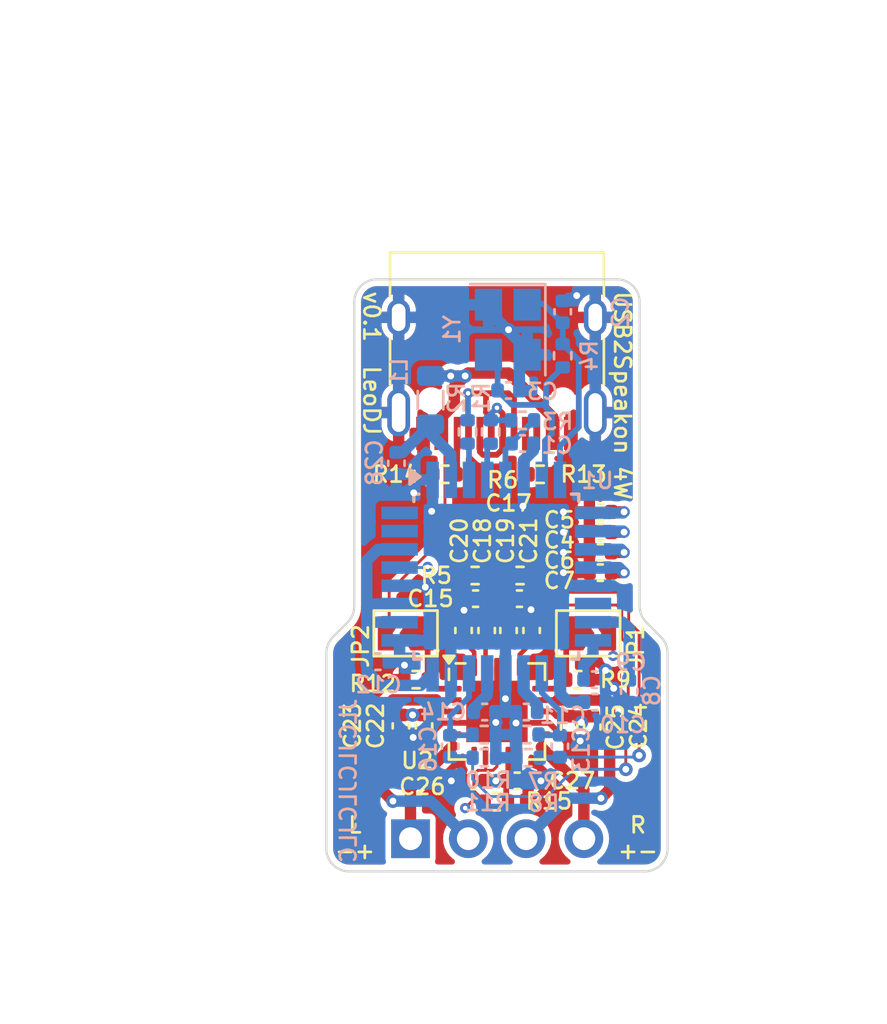
<source format=kicad_pcb>
(kicad_pcb (version 20240108) (generator "pcbnew") (generator_version "8.0")
  (layers (0 "F.Cu" signal) (1 "In1.Cu" signal) (2 "In2.Cu" signal) (31 "B.Cu" signal) (34 "B.Paste" user) (35 "F.Paste" user) (36 "B.SilkS" user "B.Silkscreen") (37 "F.SilkS" user "F.Silkscreen") (38 "B.Mask" user) (39 "F.Mask" user) (44 "Edge.Cuts" user))
  (net 0 "")
  (net 1 "Net-(U1-VDD)")
  (net 2 "GND")
  (net 3 "Net-(U1-XTI)")
  (net 4 "Net-(U1-XTO)")
  (net 5 "Net-(U1-FR)")
  (net 6 "Net-(U1-FL)")
  (net 7 "Net-(U1-VCOM1)")
  (net 8 "Net-(U1-VCOM2)")
  (net 9 "Net-(U1-VCCCA)")
  (net 10 "Net-(U1-VIN)")
  (net 11 "Net-(U1-MBIAS)")
  (net 12 "Net-(U1-VCCL)")
  (net 13 "VCCP")
  (net 14 "Net-(U1-VOUTL)")
  (net 15 "LINE_L")
  (net 16 "Net-(U1-VCCR)")
  (net 17 "Net-(C15-Pad1)")
  (net 18 "LINE_R")
  (net 19 "Net-(U1-VOUTR)")
  (net 20 "Net-(C17-Pad1)")
  (net 21 "Net-(U2-INL+)")
  (net 22 "Net-(U2-INR+)")
  (net 23 "Net-(U2-INL-)")
  (net 24 "Net-(U2-INR-)")
  (net 25 "VBUS")
  (net 27 "Net-(J1-D--PadA7)")
  (net 28 "Net-(J1-CC2)")
  (net 29 "Net-(J1-D+-PadA6)")
  (net 31 "Net-(J1-CC1)")
  (net 32 "Net-(J2-Pin_3)")
  (net 33 "Net-(J2-Pin_1)")
  (net 34 "Net-(J2-Pin_4)")
  (net 35 "Net-(J2-Pin_2)")
  (net 36 "Net-(JP1-A)")
  (net 37 "Net-(JP2-A)")
  (net 38 "Net-(U1-VBUS)")
  (net 39 "Net-(U1-D+)")
  (net 40 "Net-(U1-D-)")
  (net 41 "Net-(U1-~{PLAY})")
  (net 42 "Net-(U1-~{REC})")
  (net 43 "~{SSPND}")
  (footprint "Resistor_SMD:R_0402_1005Metric" (layer "F.Cu") (at 148.3614 103.7336)
    (property "Reference" "R9")
    (property "Value" "33k")
  )
  (footprint "Capacitor_SMD:C_0402_1005Metric" (layer "F.Cu") (at 149.3494 96.3676)
    (property "Reference" "C5")
    (property "Value" "100p")
  )
  (footprint "Capacitor_SMD:C_0402_1005Metric" (layer "F.Cu") (at 145.7934 100.1776)
    (property "Reference" "C17")
    (property "Value" "47n")
  )
  (footprint "Package_DFN_QFN:QFN-20-1EP_4x4mm_P0.5mm_EP2.7x2.7mm" (layer "F.Cu") (at 144.8054 105.1306)
    (property "Reference" "U2")
    (property "Value" "TPA2012D2RTJR")
  )
  (footprint "Capacitor_SMD:C_0402_1005Metric" (layer "F.Cu") (at 140.5838 105.7636 -90)
    (property "Reference" "C22")
    (property "Value" "10u")
  )
  (footprint "Connector_USB:USB_C_Receptacle_HRO_TYPE-C-31-M-12" (layer "F.Cu") (at 144.8054 88.8746 180)
    (property "Reference" "J1" (hide yes))
    (property "Value" "USB_C_Receptacle_USB2.0_16P")
  )
  (footprint "Capacitor_SMD:C_0402_1005Metric" (layer "F.Cu") (at 148.9964 105.8164 -90)
    (property "Reference" "C24")
    (property "Value" "10u")
  )
  (footprint "Capacitor_SMD:C_0402_1005Metric" (layer "F.Cu") (at 143.3374 101.5746 90)
    (property "Reference" "C20")
    (property "Value" "470n")
  )
  (footprint "Capacitor_SMD:C_0402_1005Metric" (layer "F.Cu") (at 144.3534 101.5746 -90)
    (property "Reference" "C18")
    (property "Value" "470n")
  )
  (footprint "Capacitor_SMD:C_0402_1005Metric" (layer "F.Cu") (at 146.3294 101.5746 90)
    (property "Reference" "C21")
    (property "Value" "470n")
  )
  (footprint "Capacitor_SMD:C_0402_1005Metric" (layer "F.Cu") (at 143.8656 100.1776 180)
    (property "Reference" "C15")
    (property "Value" "47n")
  )
  (footprint "Resistor_SMD:R_0402_1005Metric" (layer "F.Cu") (at 144.78 109.093 180)
    (property "Reference" "R15")
    (property "Value" "33k")
  )
  (footprint "Capacitor_SMD:C_0402_1005Metric" (layer "F.Cu") (at 149.3494 97.2566)
    (property "Reference" "C4")
    (property "Value" "100p")
  )
  (footprint "Resistor_SMD:R_0402_1005Metric" (layer "F.Cu") (at 146.7104 94.7166)
    (property "Reference" "R13")
    (property "Value" "5k1")
  )
  (footprint "Resistor_SMD:R_0402_1005Metric" (layer "F.Cu") (at 142.5194 94.7166 180)
    (property "Reference" "R14")
    (property "Value" "5k1")
  )
  (footprint "Capacitor_SMD:C_0402_1005Metric" (layer "F.Cu") (at 147.9804 105.8164 -90)
    (property "Reference" "C25")
    (property "Value" "100n")
  )
  (footprint "Resistor_SMD:R_0402_1005Metric" (layer "F.Cu") (at 145.8214 99.1616 180)
    (property "Reference" "R6")
    (property "Value" "100")
  )
  (footprint "Capacitor_SMD:C_0402_1005Metric" (layer "F.Cu") (at 145.6944 108.1786)
    (property "Reference" "C27")
    (property "Value" "100n")
  )
  (footprint "Capacitor_SMD:C_0402_1005Metric" (layer "F.Cu") (at 143.7894 108.1786 180)
    (property "Reference" "C26")
    (property "Value" "10u")
  )
  (footprint "Jumper:SolderJumper-2_P1.3mm_Open_TrianglePad1.0x1.5mm" (layer "F.Cu") (at 148.8186 101.7016)
    (property "Reference" "JP1")
    (property "Value" "G0")
  )
  (footprint "Capacitor_SMD:C_0402_1005Metric" (layer "F.Cu") (at 145.3134 101.5746 -90)
    (property "Reference" "C19")
    (property "Value" "470n")
  )
  (footprint "Connector_PinHeader_2.54mm:PinHeader_1x04_P2.54mm_Vertical" (layer "F.Cu") (at 141.0054 110.7186 90)
    (property "Reference" "J2" (hide yes))
    (property "Value" "Conn_01x04")
  )
  (footprint "Capacitor_SMD:C_0402_1005Metric" (layer "F.Cu") (at 149.3494 98.1456)
    (property "Reference" "C6")
    (property "Value" "3u3")
  )
  (footprint "Resistor_SMD:R_0402_1005Metric" (layer "F.Cu") (at 143.8454 99.1616)
    (property "Reference" "R5")
    (property "Value" "100")
  )
  (footprint "Capacitor_SMD:C_0402_1005Metric" (layer "F.Cu") (at 141.5998 105.7636 -90)
    (property "Reference" "C23")
    (property "Value" "100n")
  )
  (footprint "Jumper:SolderJumper-2_P1.3mm_Open_TrianglePad1.0x1.5mm" (layer "F.Cu") (at 140.7922 101.7016 180)
    (property "Reference" "JP2")
    (property "Value" "G1")
  )
  (footprint "Resistor_SMD:R_0402_1005Metric" (layer "F.Cu") (at 141.2494 103.7336 180)
    (property "Reference" "R12")
    (property "Value" "33k")
  )
  (footprint "Capacitor_SMD:C_0402_1005Metric" (layer "F.Cu") (at 149.3494 99.0346)
    (property "Reference" "C7")
    (property "Value" "100n")
  )
  (footprint "Resistor_SMD:R_0402_1005Metric" (layer "B.Cu") (at 146.1262 106.1466 180)
    (property "Reference" "R7")
    (property "Value" "33k")
  )
  (footprint "Resistor_SMD:R_0402_1005Metric" (layer "B.Cu") (at 144.2466 106.1466 180)
    (property "Reference" "R10")
    (property "Value" "33k")
  )
  (footprint "Resistor_SMD:R_0402_1005Metric" (layer "B.Cu") (at 143.511982 92.855341 90)
    (property "Reference" "R2")
    (property "Value" "22")
  )
  (footprint "Capacitor_SMD:C_0402_1005Metric" (layer "B.Cu") (at 150.6194 104.2416 90)
    (property "Reference" "C8")
    (property "Value" "1u")
  )
  (footprint "Inductor_SMD:L_0805_2012Metric" (layer "B.Cu") (at 141.8844 91.4611 -90)
    (property "Reference" "L1")
    (property "Value" "1uH / <0.6Ω")
  )
  (footprint "Capacitor_SMD:C_0402_1005Metric" (layer "B.Cu") (at 149.1114 104.7226 180)
    (property "Reference" "C10")
    (property "Value" "3u3")
  )
  (footprint "Resistor_SMD:R_0402_1005Metric" (layer "B.Cu") (at 147.696319 89.5096 90)
    (property "Reference" "R4")
    (property "Value" "1M")
  )
  (footprint "Resistor_SMD:R_0402_1005Metric" (layer "B.Cu") (at 144.2466 107.1626 180)
    (property "Reference" "R11")
    (property "Value" "33k")
  )
  (footprint "Capacitor_SMD:C_0402_1005Metric" (layer "B.Cu") (at 149.0954 103.7336 180)
    (property "Reference" "C9")
    (property "Value" "100n")
  )
  (footprint "Resistor_SMD:R_0402_1005Metric" (layer "B.Cu") (at 146.1744 107.1626 180)
    (property "Reference" "R8")
    (property "Value" "33k")
  )
  (footprint "Package_QFP:TQFP-32_7x7mm_P0.8mm" (layer "B.Cu") (at 144.7774 99.211341 -90)
    (property "Reference" "U1")
    (property "Value" "PCM2912A")
  )
  (footprint "Capacitor_SMD:C_0402_1005Metric" (layer "B.Cu") (at 142.7454 106.6546 90)
    (property "Reference" "C16")
    (property "Value" "10u")
  )
  (footprint "Resistor_SMD:R_0402_1005Metric" (layer "B.Cu") (at 144.527982 92.855341 -90)
    (property "Reference" "R1")
    (property "Value" "22")
  )
  (footprint "Capacitor_SMD:C_0402_1005Metric" (layer "B.Cu") (at 147.696319 87.5792 -90)
    (property "Reference" "C2")
    (property "Value" "8p")
  )
  (footprint "Capacitor_SMD:C_0402_1005Metric" (layer "B.Cu") (at 145.3134 91.0336 180)
    (property "Reference" "C3")
    (property "Value" "8p")
  )
  (footprint "Resistor_SMD:R_0402_1005Metric" (layer "B.Cu") (at 145.924982 92.347341)
    (property "Reference" "R3")
    (property "Value" "1k5")
  )
  (footprint "Capacitor_SMD:C_0402_1005Metric" (layer "B.Cu") (at 144.2668 105.156 180)
    (property "Reference" "C14")
    (property "Value" "1u")
  )
  (footprint "Capacitor_SMD:C_0402_1005Metric" (layer "B.Cu") (at 139.573 102.9462 180)
    (property "Reference" "C12")
    (property "Value" "1u")
  )
  (footprint "Capacitor_SMD:C_0402_1005Metric" (layer "B.Cu") (at 147.5714 106.6546 90)
    (property "Reference" "C13")
    (property "Value" "10u")
  )
  (footprint "Crystal:Crystal_SMD_3225-4Pin_3.2x2.5mm" (layer "B.Cu") (at 145.283319 88.3666 -90)
    (property "Reference" "Y1")
    (property "Value" "6 MHz")
  )
  (footprint "Capacitor_SMD:C_0402_1005Metric" (layer "B.Cu") (at 145.926982 93.363341 180)
    (property "Reference" "C1")
    (property "Value" "1u")
  )
  (footprint "Capacitor_SMD:C_0402_1005Metric" (layer "B.Cu") (at 146.0956 105.156)
    (property "Reference" "C11")
    (property "Value" "1u")
  )
  (footprint "Capacitor_SMD:C_0402_1005Metric" (layer "B.Cu") (at 140.3858 94.234 -90)
    (property "Reference" "C28")
    (property "Value" "1u")
  )
  (gr_line (start 152.012507 101.860708) (end 151.369894 101.218095) (stroke (width 0.1)) (layer "Edge.Cuts"))
  (gr_line (start 138.236738 101.222261) (end 137.598292 101.860707) (stroke (width 0.1)) (layer "Edge.Cuts"))
  (gr_arc (start 138.533795 87.153555) (mid 138.826675 86.446481) (end 139.533749 86.1536) (stroke (width 0.1)) (layer "Edge.Cuts"))
  (gr_arc (start 152.012507 101.860708) (mid 152.229279 102.185129) (end 152.305399 102.56781) (stroke (width 0.1)) (layer "Edge.Cuts"))
  (gr_arc (start 137.305399 102.567745) (mid 137.381521 102.185094) (end 137.598292 101.860707) (stroke (width 0.1)) (layer "Edge.Cuts"))
  (gr_line (start 152.305399 111.153601) (end 152.305399 102.56781) (stroke (width 0.1)) (layer "Edge.Cuts"))
  (gr_arc (start 151.369894 101.218095) (mid 151.153123 100.893674) (end 151.077003 100.510993) (stroke (width 0.1)) (layer "Edge.Cuts"))
  (gr_line (start 138.305399 112.1536) (end 151.305401 112.1536) (stroke (width 0.1)) (layer "Edge.Cuts"))
  (gr_arc (start 138.533795 100.510935) (mid 138.456547 100.896365) (end 138.236738 101.222261) (stroke (width 0.1)) (layer "Edge.Cuts"))
  (gr_arc (start 150.077004 86.1536) (mid 150.78411 86.446493) (end 151.077003 87.153598) (stroke (width 0.1)) (layer "Edge.Cuts"))
  (gr_line (start 151.077003 100.510993) (end 151.077003 87.153598) (stroke (width 0.1)) (layer "Edge.Cuts"))
  (gr_arc (start 138.305399 112.1536) (mid 137.595829 111.858246) (end 137.305399 111.146647) (stroke (width 0.1)) (layer "Edge.Cuts"))
  (gr_line (start 137.305399 111.146647) (end 137.305399 102.567745) (stroke (width 0.1)) (layer "Edge.Cuts"))
  (gr_line (start 150.077004 86.1536) (end 139.533749 86.1536) (stroke (width 0.1)) (layer "Edge.Cuts"))
  (gr_line (start 138.533795 87.153555) (end 138.533795 100.510935) (stroke (width 0.1)) (layer "Edge.Cuts"))
  (gr_arc (start 152.305399 111.153601) (mid 152.012506 111.860707) (end 151.305401 112.1536) (stroke (width 0.1)) (layer "Edge.Cuts"))
  (gr_text "JLCJLCJLCJLC" (at 138.684 104.4956 90) (layer "B.SilkS") (effects (font (size 0.7 0.7) (thickness 0.12) (bold yes)) (justify left bottom mirror)))
  (gr_text "v0.1  LeoDJ" (at 138.8872 86.614 270) (layer "F.SilkS") (effects (font (size 0.7 0.7) (thickness 0.12) (bold yes)) (justify left bottom)))
  (gr_text "L\n-+" (at 138.563518 111.65719 0) (layer "F.SilkS") (effects (font (size 0.7 0.7) (thickness 0.12) (bold yes)) (justify bottom)))
  (gr_text "USB2Speakon 4W" (at 149.9108 86.614 -90) (layer "F.SilkS") (effects (font (size 0.7 0.7) (thickness 0.12) (bold yes)) (justify left bottom)))
  (gr_text "R\n+-" (at 151.003 111.6584 0) (layer "F.SilkS") (effects (font (size 0.7 0.7) (thickness 0.12) (bold yes)) (justify bottom)))
  (segment (start 145.446982 93.363341) (end 145.446982 93.335341) (width 0.254) (layer "B.Cu") (net 1))
  (segment (start 145.1774 94.961341) (end 145.1774 93.632923) (width 0.254) (layer "B.Cu") (net 1))
  (segment (start 145.446982 93.335341) (end 146.434982 92.347341) (width 0.254) (layer "B.Cu") (net 1))
  (segment (start 145.1774 93.632923) (end 145.446982 93.363341) (width 0.254) (layer "B.Cu") (net 1))
  (segment (start 144.8054 103.1806) (end 144.8054 105.1306) (width 0.254) (layer "F.Cu") (net 2))
  (segment (start 148.0554 93.8816) (end 148.0554 92.9196) (width 0.5) (layer "F.Cu") (net 2))
  (segment (start 143.3856 100.1776) (end 143.3856 100.6576) (width 0.5) (layer "F.Cu") (net 2))
  (segment (start 141.1524 106.2436) (end 141.5998 106.2436) (width 0.5) (layer "F.Cu") (net 2))
  (segment (start 146.7554 105.6306) (end 145.6516 105.6306) (width 0.254) (layer "F.Cu") (net 2))
  (segment (start 149.3774 103.7336) (end 148.8714 103.7336) (width 0.5) (layer "F.Cu") (net 2))
  (segment (start 143.3374 101.0946) (end 143.3374 100.7058) (width 0.5) (layer "F.Cu") (net 2))
  (segment (start 148.8694 97.2566) (end 147.7264 97.2566) (width 0.5) (layer "F.Cu") (net 2))
  (segment (start 147.2204 94.7166) (end 148.0554 93.8816) (width 0.5) (layer "F.Cu") (net 2))
  (segment (start 141.5554 94.2626) (end 141.5554 92.9196) (width 0.5) (layer "F.Cu") (net 2))
  (segment (start 145.6436 105.6386) (end 145.6356 105.6306) (width 0.254) (layer "F.Cu") (net 2))
  (segment (start 147.7606 106.2964) (end 147.9804 106.2964) (width 0.254) (layer "F.Cu") (net 2))
  (segment (start 140.5838 106.2436) (end 141.0924 106.2436) (width 0.5) (layer "F.Cu") (net 2))
  (segment (start 148.8694 96.3676) (end 147.7264 96.3676) (width 0.5) (layer "F.Cu") (net 2))
  (segment (start 140.7394 103.1006) (end 140.7414 103.0986) (width 0.254) (layer "F.Cu") (net 2))
  (segment (start 147.0948 105.6306) (end 147.7606 106.2964) (width 0.254) (layer "F.Cu") (net 2))
  (segment (start 146.2734 100.1776) (end 146.2734 100.6296) (width 0.5) (layer "F.Cu") (net 2))
  (segment (start 148.8694 98.1456) (end 147.7264 98.1456) (width 0.5) (layer "F.Cu") (net 2))
  (segment (start 143.3856 100.6576) (end 143.3576 100.6856) (width 0.5) (layer "F.Cu") (net 2))
  (segment (start 142.0094 94.7166) (end 141.5554 94.2626) (width 0.5) (layer "F.Cu") (net 2))
  (segment (start 145.3054 105.6306) (end 144.8054 105.1306) (width 0.254) (layer "F.Cu") (net 2))
  (segment (start 149.5806 103.3272) (end 149.5806 103.5304) (width 0.5) (layer "F.Cu") (net 2))
  (segment (start 143.3374 100.7058) (end 143.3576 100.6856) (width 0.5) (layer "F.Cu") (net 2))
  (segment (start 148.8694 99.0346) (end 148.8694 96.3676) (width 0.5) (layer "F.Cu") (net 2))
  (segment (start 143.3094 108.1786) (end 142.8014 108.1786) (width 0.5) (layer "F.Cu") (net 2))
  (segment (start 145.6356 105.6306) (end 145.3054 105.6306) (width 0.254) (layer "F.Cu") (net 2))
  (segment (start 146.3294 101.0946) (end 146.3294 100.6856) (width 0.5) (layer "F.Cu") (net 2))
  (segment (start 144.3054 105.6306) (end 144.8054 105.1306) (width 0.254) (layer "F.Cu") (net 2))
  (segment (start 148.8694 99.0346) (end 147.7264 99.0346) (width 0.5) (layer "F.Cu") (net 2))
  (segment (start 146.3294 100.6856) (end 146.304 100.6602) (width 0.5) (layer "F.Cu") (net 2))
  (segment (start 141.1224 106.2736) (end 141.1524 106.2436) (width 0.5) (layer "F.Cu") (net 2))
  (segment (start 149.5806 103.5304) (end 149.3774 103.7336) (width 0.5) (layer "F.Cu") (net 2))
  (segment (start 142.8554 105.6306) (end 142.4004 105.6306) (width 0.254) (layer "F.Cu") (net 2))
  (segment (start 141.0924 106.2436) (end 141.1224 106.2736) (width 0.5) (layer "F.Cu") (net 2))
  (segment (start 146.2734 100.6296) (end 146.304 100.6602) (width 0.5) (layer "F.Cu") (net 2))
  (segment (start 146.1744 108.1786) (end 146.7384 108.1786) (width 0.5) (layer "F.Cu") (net 2))
  (segment (start 142.8554 105.6306) (end 144.3054 105.6306) (width 0.254) (layer "F.Cu") (net 2))
  (segment (start 142.4004 105.6306) (end 141.7874 106.2436) (width 0.254) (layer "F.Cu") (net 2))
  (segment (start 141.7874 106.2436) (end 141.5998 106.2436) (width 0.254) (layer "F.Cu") (net 2))
  (segment (start 145.6516 105.6306) (end 145.6436 105.6386) (width 0.254) (layer "F.Cu") (net 2))
  (segment (start 146.7554 105.6306) (end 147.0948 105.6306) (width 0.254) (layer "F.Cu") (net 2))
  (segment (start 140.7394 103.7336) (end 140.7394 103.1006) (width 0.254) (layer "F.Cu") (net 2))
  (via (at 148.3106 86.868) (size 0.6) (drill 0.3) (layers "F.Cu" "B.Cu") (net 2))
  (via (at 145.9484 96.1136) (size 0.5) (drill 0.3) (layers "F.Cu" "B.Cu") (net 2))
  (via (at 147.7264 97.2566) (size 0.5) (drill 0.3) (layers "F.Cu" "B.Cu") (net 2))
  (via (at 146.304 100.6602) (size 0.6) (drill 0.3) (layers "F.Cu" "B.Cu") (net 2))
  (via (at 143.3576 100.6856) (size 0.6) (drill 0.3) (layers "F.Cu" "B.Cu") (net 2))
  (via (at 142.8014 108.1786) (size 0.6) (drill 0.3) (layers "F.Cu" "B.Cu") (net 2))
  (via (at 141.1478 95.5294) (size 0.6) (drill 0.3) (layers "F.Cu" "B.Cu") (net 2))
  (via (at 147.7264 99.0346) (size 0.5) (drill 0.3) (layers "F.Cu" "B.Cu") (net 2))
  (via (at 141.9352 96.3422) (size 0.6) (drill 0.3) (layers "F.Cu" "B.Cu") (net 2))
  (via (at 149.5806 103.3272) (size 0.6) (drill 0.3) (layers "F.Cu" "B.Cu") (net 2))
  (via (at 141.6558 99.6696) (size 0.5) (drill 0.3) (layers "F.Cu" "B.Cu") (net 2))
  (via (at 140.7414 103.0986) (size 0.5) (drill 0.3) (layers "F.Cu" "B.Cu") (net 2))
  (via (at 145.1774 104.5718) (size 0.5) (drill 0.3) (layers "F.Cu" "B.Cu") (net 2))
  (via (at 141.1224 106.2736) (size 0.6) (drill 0.3) (layers "F.Cu" "B.Cu") (net 2))
  (via (at 145.3134 88.3666) (size 0.6) (drill 0.3) (layers "F.Cu" "B.Cu") (net 2))
  (via (at 147.7264 98.1456) (size 0.5) (drill 0.3) (layers "F.Cu" "B.Cu") (net 2))
  (via (at 145.6436 105.6386) (size 0.6) (drill 0.3) (layers "F.Cu" "B.Cu") (net 2))
  (via (at 144.7546 105.6132) (size 0.6) (drill 0.3) (layers "F.Cu" "B.Cu") (net 2))
  (via (at 149.9362 104.1146) (size 0.6) (drill 0.3) (layers "F.Cu" "B.Cu") (net 2))
  (via (at 146.7384 108.1786) (size 0.6) (drill 0.3) (layers "F.Cu" "B.Cu") (net 2))
  (via (at 148.463 106.426) (size 0.6) (drill 0.3) (layers "F.Cu" "B.Cu") (net 2))
  (via (at 147.7264 96.3676) (size 0.5) (drill 0.3) (layers "F.Cu" "B.Cu") (net 2))
  (segment (start 145.9774 96.0846) (end 145.9484 96.1136) (width 0.5) (layer "B.Cu") (net 2))
  (segment (start 149.0274 99.611341) (end 148.0746 99.611341) (width 0.5) (layer "B.Cu") (net 2))
  (segment (start 140.5274 102.8846) (end 140.7414 103.0986) (width 0.5) (layer "B.Cu") (net 2))
  (segment (start 147.7264 99.263141) (end 147.7264 99.0346) (width 0.5) (layer "B.Cu") (net 2))
  (segment (start 140.5274 102.8046) (end 140.5274 102.011341) (width 0.5) (layer "B.Cu") (net 2))
  (segment (start 149.5914 103.7496) (end 149.5754 103.7336) (width 0.5) (layer "B.Cu") (net 2))
  (segment (start 149.5806 103.3272) (end 149.5754 103.3324) (width 0.5) (layer "B.Cu") (net 2))
  (segment (start 149.5914 104.7226) (end 149.5914 103.7496) (width 0.5) (layer "B.Cu") (net 2))
  (segment (start 141.597541 99.611341) (end 140.5274 99.611341) (width 0.254) (layer "B.Cu") (net 2))
  (segment (start 146.133319 89.2444) (end 146.133319 89.4666) (width 0.5) (layer "B.Cu") (net 2))
  (segment (start 144.7468 105.156) (end 145.143 105.156) (width 0.5) (layer "B.Cu") (net 2))
  (segment (start 150.5442 104.7226) (end 150.6184 104.7226) (width 0.5) (layer "B.Cu") (net 2))
  (segment (start 145.255519 88.3666) (end 145.3134 88.3666) (width 0.5) (layer "B.Cu") (net 2))
  (segment (start 144.7566 105.6112) (end 144.7566 105.1658) (width 0.5) (layer "B.Cu") (net 2))
  (segment (start 145.1774 104.5718) (end 145.1774 105.1216) (width 0.5) (layer "B.Cu") (net 2))
  (segment (start 140.053 102.9462) (end 140.3858 102.9462) (width 0.5) (layer "B.Cu") (net 2))
  (segment (start 144.7566 107.1626) (end 144.7566 105.6152) (width 0.5) (layer "B.Cu") (net 2))
  (segment (start 140.5274 102.011341) (end 140.5274 102.8846) (width 0.5) (layer "B.Cu") (net 2))
  (segment (start 145.6644 105.2048) (end 145.6156 105.156) (width 0.5) (layer "B.Cu") (net 2))
  (segment (start 144.433319 87.5444) (end 145.255519 88.3666) (width 0.5) (layer "B.Cu") (net 2))
  (segment (start 145.2118 105.156) (end 145.6156 105.156) (width 0.5) (layer "B.Cu") (net 2))
  (segment (start 149.5914 104.7226) (end 150.6184 104.7226) (width 0.5) (layer "B.Cu") (net 2))
  (segment (start 147.927519 86.868) (end 147.696319 87.0992) (width 0.254) (layer "B.Cu") (net 2))
  (segment (start 144.7566 105.6152) (end 144.7546 105.6132) (width 0.5) (layer "B.Cu") (net 2))
  (segment (start 149.5754 103.3324) (end 149.5754 103.7336) (width 0.5) (layer "B.Cu") (net 2))
  (segment (start 145.143 105.156) (end 145.1774 105.1216) (width 0.5) (layer "B.Cu") (net 2))
  (segment (start 140.3858 102.9462) (end 140.5274 102.8046) (width 0.5) (layer "B.Cu") (net 2))
  (segment (start 148.3106 86.868) (end 147.927519 86.868) (width 0.254) (layer "B.Cu") (net 2))
  (segment (start 145.7934 91.0336) (end 145.7934 89.806519) (width 0.5) (layer "B.Cu") (net 2))
  (segment (start 145.1774 105.1216) (end 145.2118 105.156) (width 0.5) (layer "B.Cu") (net 2))
  (segment (start 145.6644 107.1626) (end 145.6644 105.2048) (width 0.5) (layer "B.Cu") (net 2))
  (segment (start 144.7546 105.6132) (end 144.7566 105.6112) (width 0.5) (layer "B.Cu") (net 2))
  (segment (start 145.7934 89.806519) (end 146.133319 89.4666) (width 0.5) (layer "B.Cu") (net 2))
  (segment (start 150.6184 104.7226) (end 150.6194 104.7216) (width 0.5) (layer "B.Cu") (net 2))
  (segment (start 144.433319 87.2666) (end 144.433319 87.5444) (width 0.5) (layer "B.Cu") (net 2))
  (segment (start 145.9774 94.102922) (end 145.9774 94.961341) (width 0.5) (layer "B.Cu") (net 2))
  (segment (start 146.406982 93.363341) (end 146.406982 93.67334) (width 0.5) (layer "B.Cu") (net 2))
  (segment (start 145.3134 88.424481) (end 146.133319 89.2444) (width 0.5) (layer "B.Cu") (net 2))
  (segment (start 145.9774 94.961341) (end 145.9774 96.0846) (width 0.5) (layer "B.Cu") (net 2))
  (segment (start 149.9362 104.1146) (end 150.5442 104.7226) (width 0.5) (layer "B.Cu") (net 2))
  (segment (start 141.6558 99.6696) (end 141.597541 99.611341) (width 0.254) (layer "B.Cu") (net 2))
  (segment (start 146.406982 93.67334) (end 145.9774 94.102922) (width 0.5) (layer "B.Cu") (net 2))
  (segment (start 144.7566 105.1658) (end 144.7468 105.156) (width 0.5) (layer "B.Cu") (net 2))
  (segment (start 148.0746 99.611341) (end 147.7264 99.263141) (width 0.5) (layer "B.Cu") (net 2))
  (segment (start 145.1774 103.461341) (end 145.1774 104.5718) (width 0.5) (layer "B.Cu") (net 2))
  (segment (start 145.3134 88.3666) (end 145.3134 88.424481) (width 0.5) (layer "B.Cu") (net 2))
  (segment (start 146.176319 87.2236) (end 146.133319 87.2666) (width 0.254) (layer "B.Cu") (net 3))
  (segment (start 148.4014 89.704681) (end 148.4014 92.6446) (width 0.254) (layer "B.Cu") (net 3))
  (segment (start 147.5774 93.4686) (end 147.5774 94.961341) (width 0.254) (layer "B.Cu") (net 3))
  (segment (start 147.673 88.0592) (end 146.8374 87.2236) (width 0.254) (layer "B.Cu") (net 3))
  (segment (start 148.4014 92.6446) (end 147.5774 93.4686) (width 0.254) (layer "B.Cu") (net 3))
  (segment (start 147.696319 88.9996) (end 148.4014 89.704681) (width 0.254) (layer "B.Cu") (net 3))
  (segment (start 147.696319 88.9996) (end 147.696319 88.0592) (width 0.254) (layer "B.Cu") (net 3))
  (segment (start 146.8374 87.2236) (end 146.176319 87.2236) (width 0.254) (layer "B.Cu") (net 3))
  (segment (start 147.696319 88.0592) (end 147.673 88.0592) (width 0.254) (layer "B.Cu") (net 3))
  (segment (start 146.9136 94.825141) (end 146.9136 93.2434) (width 0.254) (layer "B.Cu") (net 4))
  (segment (start 146.9644 90.751519) (end 147.696319 90.0196) (width 0.254) (layer "B.Cu") (net 4))
  (segment (start 146.9644 91.7956) (end 146.9644 90.751519) (width 0.254) (layer "B.Cu") (net 4))
  (segment (start 146.9136 93.2434) (end 147.2184 92.9386) (width 0.254) (layer "B.Cu") (net 4))
  (segment (start 144.8334 91.0336) (end 144.8334 89.866681) (width 0.254) (layer "B.Cu") (net 4))
  (segment (start 144.8334 89.866681) (end 144.433319 89.4666) (width 0.254) (layer "B.Cu") (net 4))
  (segment (start 147.2184 92.0496) (end 146.9644 91.7956) (width 0.254) (layer "B.Cu") (net 4))
  (segment (start 146.8374 91.6686) (end 146.9644 91.5416) (width 0.254) (layer "B.Cu") (net 4))
  (segment (start 147.2184 92.9386) (end 147.2184 92.0496) (width 0.254) (layer "B.Cu") (net 4))
  (segment (start 146.7774 94.961341) (end 146.9136 94.825141) (width 0.254) (layer "B.Cu") (net 4))
  (segment (start 144.8334 91.0336) (end 145.4684 91.6686) (width 0.254) (layer "B.Cu") (net 4))
  (segment (start 145.4684 91.6686) (end 146.8374 91.6686) (width 0.254) (layer "B.Cu") (net 4))
  (segment (start 149.8294 97.2566) (end 150.3934 97.2566) (width 0.5) (layer "F.Cu") (net 5))
  (via (at 150.3934 97.2566) (size 0.5) (drill 0.3) (layers "F.Cu" "B.Cu") (net 5))
  (segment (start 150.348141 97.211341) (end 150.3934 97.2566) (width 0.5) (layer "B.Cu") (net 5))
  (segment (start 149.0274 97.211341) (end 150.348141 97.211341) (width 0.5) (layer "B.Cu") (net 5))
  (segment (start 149.8294 96.3676) (end 150.3934 96.3676) (width 0.5) (layer "F.Cu") (net 6))
  (via (at 150.3934 96.3676) (size 0.5) (drill 0.3) (layers "F.Cu" "B.Cu") (net 6))
  (segment (start 149.0274 96.411341) (end 150.349659 96.411341) (width 0.5) (layer "B.Cu") (net 6))
  (segment (start 150.349659 96.411341) (end 150.3934 96.3676) (width 0.5) (layer "B.Cu") (net 6))
  (segment (start 149.8294 98.1456) (end 150.3934 98.1456) (width 0.5) (layer "F.Cu") (net 7))
  (via (at 150.3934 98.1456) (size 0.5) (drill 0.3) (layers "F.Cu" "B.Cu") (net 7))
  (segment (start 149.0274 98.011341) (end 150.259141 98.011341) (width 0.5) (layer "B.Cu") (net 7))
  (segment (start 150.259141 98.011341) (end 150.3934 98.1456) (width 0.5) (layer "B.Cu") (net 7))
  (segment (start 149.8294 99.0346) (end 150.3934 99.0346) (width 0.5) (layer "F.Cu") (net 8))
  (via (at 150.3934 99.0346) (size 0.5) (drill 0.3) (layers "F.Cu" "B.Cu") (net 8))
  (segment (start 150.170141 98.811341) (end 150.3934 99.0346) (width 0.5) (layer "B.Cu") (net 8))
  (segment (start 149.0274 98.811341) (end 150.170141 98.811341) (width 0.5) (layer "B.Cu") (net 8))
  (segment (start 150.6194 103.7616) (end 150.6194 101.503341) (width 0.5) (layer "B.Cu") (net 9))
  (segment (start 150.6194 101.503341) (end 150.3274 101.211341) (width 0.5) (layer "B.Cu") (net 9))
  (segment (start 150.3274 101.211341) (end 149.0274 101.211341) (width 0.5) (layer "B.Cu") (net 9))
  (segment (start 149.0274 102.011341) (end 149.0274 102.6866) (width 0.5) (layer "B.Cu") (net 10))
  (segment (start 148.6154 103.0986) (end 148.6154 103.7336) (width 0.5) (layer "B.Cu") (net 10))
  (segment (start 149.0274 102.6866) (end 148.6154 103.0986) (width 0.5) (layer "B.Cu") (net 10))
  (segment (start 147.5774 104.3466) (end 147.5774 103.461341) (width 0.5) (layer "B.Cu") (net 11))
  (segment (start 148.6314 104.7226) (end 147.9534 104.7226) (width 0.5) (layer "B.Cu") (net 11))
  (segment (start 147.9534 104.7226) (end 147.5774 104.3466) (width 0.5) (layer "B.Cu") (net 11))
  (segment (start 145.9774 104.247801) (end 146.5756 104.846001) (width 0.5) (layer "B.Cu") (net 12))
  (segment (start 146.5756 104.846001) (end 146.5756 105.156) (width 0.5) (layer "B.Cu") (net 12))
  (segment (start 145.9774 103.461341) (end 145.9774 104.247801) (width 0.5) (layer "B.Cu") (net 12))
  (segment (start 140.5274 98.011341) (end 139.5746 98.011341) (width 0.5) (layer "B.Cu") (net 13))
  (segment (start 141.451141 103.9876) (end 141.9774 103.461341) (width 0.5) (layer "B.Cu") (net 13))
  (segment (start 139.227659 101.211341) (end 140.5274 101.211341) (width 0.5) (layer "B.Cu") (net 13))
  (segment (start 139.083796 100.554945) (end 139.083796 102.936996) (width 0.5) (layer "B.Cu") (net 13))
  (segment (start 140.5274 100.411341) (end 139.2274 100.411341) (width 0.5) (layer "B.Cu") (net 13))
  (segment (start 139.083796 98.502145) (end 139.083796 100.554945) (width 0.5) (layer "B.Cu") (net 13))
  (segment (start 139.093 103.357799) (end 139.722801 103.9876) (width 0.5) (layer "B.Cu") (net 13))
  (segment (start 139.5746 98.011341) (end 139.083796 98.502145) (width 0.5) (layer "B.Cu") (net 13))
  (segment (start 139.722801 103.9876) (end 141.451141 103.9876) (width 0.5) (layer "B.Cu") (net 13))
  (segment (start 139.093 102.9462) (end 139.093 103.357799) (width 0.5) (layer "B.Cu") (net 13))
  (segment (start 139.083796 102.936996) (end 139.093 102.9462) (width 0.5) (layer "B.Cu") (net 13))
  (segment (start 139.2274 100.411341) (end 139.083796 100.554945) (width 0.5) (layer "B.Cu") (net 13))
  (segment (start 146.7774 103.461341) (end 146.7774 104.3086) (width 0.254) (layer "B.Cu") (net 14))
  (segment (start 147.5714 106.1746) (end 146.6642 106.1746) (width 0.254) (layer "B.Cu") (net 14))
  (segment (start 147.5714 105.1026) (end 147.5714 106.1746) (width 0.254) (layer "B.Cu") (net 14))
  (segment (start 146.6642 106.1746) (end 146.6362 106.1466) (width 0.254) (layer "B.Cu") (net 14))
  (segment (start 146.7774 104.3086) (end 147.5714 105.1026) (width 0.254) (layer "B.Cu") (net 14))
  (segment (start 150.5966 101.1936) (end 150.5966 100.1268) (width 0.127) (layer "F.Cu") (net 15))
  (segment (start 146.4056 98.505614) (end 146.4056 98.5012) (width 0.127) (layer "F.Cu") (net 15))
  (segment (start 143.9958 98.5012) (end 143.3354 99.1616) (width 0.127) (layer "F.Cu") (net 15))
  (segment (start 151.0538 107.061) (end 151.0538 101.6508) (width 0.127) (layer "F.Cu") (net 15))
  (segment (start 146.4056 98.5012) (end 143.9958 98.5012) (width 0.127) (layer "F.Cu") (net 15))
  (segment (start 150.5966 100.1268) (end 150.368 99.8982) (width 0.127) (layer "F.Cu") (net 15))
  (segment (start 147.798186 99.8982) (end 146.4056 98.505614) (width 0.127) (layer "F.Cu") (net 15))
  (segment (start 151.0538 101.6508) (end 150.5966 101.1936) (width 0.127) (layer "F.Cu") (net 15))
  (segment (start 150.368 99.8982) (end 147.798186 99.8982) (width 0.127) (layer "F.Cu") (net 15))
  (via (at 151.0538 107.061) (size 0.6) (drill 0.3) (layers "F.Cu" "B.Cu") (net 15))
  (segment (start 146.6844 107.1626) (end 147.5434 107.1626) (width 0.254) (layer "B.Cu") (net 15))
  (segment (start 151.0538 107.061) (end 150.9802 107.1346) (width 0.127) (layer "B.Cu") (net 15))
  (segment (start 150.9802 107.1346) (end 147.5714 107.1346) (width 0.127) (layer "B.Cu") (net 15))
  (segment (start 147.5434 107.1626) (end 147.5714 107.1346) (width 0.254) (layer "B.Cu") (net 15))
  (segment (start 143.7868 105.004741) (end 143.7868 105.156) (width 0.5) (layer "B.Cu") (net 16))
  (segment (start 144.3774 104.414141) (end 143.7868 105.004741) (width 0.5) (layer "B.Cu") (net 16))
  (segment (start 144.3774 103.461341) (end 144.3774 104.414141) (width 0.5) (layer "B.Cu") (net 16))
  (segment (start 144.3534 101.0946) (end 144.3534 99.1636) (width 0.254) (layer "F.Cu") (net 17))
  (segment (start 144.3534 99.1636) (end 144.3554 99.1616) (width 0.254) (layer "F.Cu") (net 17))
  (segment (start 150.5759 102.2143) (end 150.5759 104.6941) (width 0.127) (layer "F.Cu") (net 18))
  (segment (start 150.2918 101.9302) (end 150.5759 102.2143) (width 0.127) (layer "F.Cu") (net 18))
  (segment (start 150.5759 104.6941) (end 150.4696 104.8004) (width 0.127) (layer "F.Cu") (net 18))
  (segment (start 147.5994 100.457) (end 150.0632 100.457) (width 0.127) (layer "F.Cu") (net 18))
  (segment (start 146.3314 99.189) (end 147.5994 100.457) (width 0.127) (layer "F.Cu") (net 18))
  (segment (start 150.0632 100.457) (end 150.2918 100.6856) (width 0.127) (layer "F.Cu") (net 18))
  (segment (start 150.4696 107.6706) (end 150.4799 107.6603) (width 0.127) (layer "F.Cu") (net 18))
  (segment (start 146.3314 99.1616) (end 146.3314 99.189) (width 0.127) (layer "F.Cu") (net 18))
  (segment (start 150.4696 104.8004) (end 150.4696 107.6706) (width 0.127) (layer "F.Cu") (net 18))
  (segment (start 150.2918 100.6856) (end 150.2918 101.9302) (width 0.127) (layer "F.Cu") (net 18))
  (via (at 150.4696 107.6706) (size 0.6) (drill 0.3) (layers "F.Cu" "B.Cu") (net 18))
  (segment (start 144.5006 108.8644) (end 143.7366 108.1004) (width 0.127) (layer "B.Cu") (net 18))
  (segment (start 142.7454 107.1346) (end 143.7086 107.1346) (width 0.254) (layer "B.Cu") (net 18))
  (segment (start 143.7086 107.1346) (end 143.7366 107.1626) (width 0.254) (layer "B.Cu") (net 18))
  (segment (start 148.1963 107.6706) (end 147.0025 108.8644) (width 0.127) (layer "B.Cu") (net 18))
  (segment (start 143.7366 108.1004) (end 143.7366 107.1626) (width 0.127) (layer "B.Cu") (net 18))
  (segment (start 150.4696 107.6706) (end 148.1963 107.6706) (width 0.127) (layer "B.Cu") (net 18))
  (segment (start 147.0025 108.8644) (end 144.5006 108.8644) (width 0.127) (layer "B.Cu") (net 18))
  (segment (start 143.5774 103.461341) (end 143.5774 104.49717) (width 0.254) (layer "B.Cu") (net 19))
  (segment (start 143.5774 104.49717) (end 142.7454 105.32917) (width 0.254) (layer "B.Cu") (net 19))
  (segment (start 143.7086 106.1746) (end 143.7366 106.1466) (width 0.254) (layer "B.Cu") (net 19))
  (segment (start 142.7454 106.1746) (end 143.7086 106.1746) (width 0.254) (layer "B.Cu") (net 19))
  (segment (start 142.7454 105.32917) (end 142.7454 106.1746) (width 0.254) (layer "B.Cu") (net 19))
  (segment (start 145.3134 99.1636) (end 145.3114 99.1616) (width 0.254) (layer "F.Cu") (net 20))
  (segment (start 145.3134 101.0946) (end 145.3134 99.1636) (width 0.254) (layer "F.Cu") (net 20))
  (segment (start 143.8054 102.5226) (end 143.3374 102.0546) (width 0.2) (layer "F.Cu") (net 21))
  (segment (start 143.8054 103.1806) (end 143.8054 102.5226) (width 0.2) (layer "F.Cu") (net 21))
  (segment (start 145.8054 102.6346) (end 146.3854 102.0546) (width 0.2) (layer "F.Cu") (net 22))
  (segment (start 145.8054 103.1806) (end 145.8054 102.6346) (width 0.2) (layer "F.Cu") (net 22))
  (segment (start 144.3054 103.1806) (end 144.3054 102.1026) (width 0.2) (layer "F.Cu") (net 23))
  (segment (start 144.3054 102.1026) (end 144.3534 102.0546) (width 0.2) (layer "F.Cu") (net 23))
  (segment (start 145.3054 103.1806) (end 145.3054 102.1186) (width 0.2) (layer "F.Cu") (net 24))
  (segment (start 145.2494 102.1186) (end 145.3134 102.0546) (width 0.2) (layer "F.Cu") (net 24))
  (segment (start 145.3054 108.0876) (end 145.2144 108.1786) (width 0.254) (layer "F.Cu") (net 25))
  (segment (start 145.2144 108.1786) (end 145.2144 109.0174) (width 0.254) (layer "F.Cu") (net 25))
  (segment (start 149.9108 102.6922) (end 149.9108 102.0688) (width 0.127) (layer "F.Cu") (net 25))
  (segment (start 149.9108 102.0688) (end 149.5436 101.7016) (width 0.127) (layer "F.Cu") (net 25))
  (segment (start 146.7554 105.1306) (end 147.2184 105.1306) (width 0.254) (layer "F.Cu") (net 25))
  (segment (start 148.4884 105.5878) (end 148.5138 105.6132) (width 0.5) (layer "F.Cu") (net 25))
  (segment (start 140.0672 99.880365) (end 142.5194 97.428165) (width 0.127) (layer "F.Cu") (net 25))
  (segment (start 142.7734 90.3986) (end 143.4084 90.3986) (width 0.5) (layer "F.Cu") (net 25))
  (segment (start 141.0964 105.2836) (end 141.097 105.283) (width 0.5) (layer "F.Cu") (net 25))
  (segment (start 147.2184 105.1306) (end 147.4242 105.3364) (width 0.254) (layer "F.Cu") (net 25))
  (segment (start 145.320017 90.2716) (end 143.5354 90.2716) (width 0.5) (layer "F.Cu") (net 25))
  (segment (start 142.3554 92.2136) (end 142.3554 92.9196) (width 0.5) (layer "F.Cu") (net 25))
  (segment (start 142.9314 90.8756) (end 142.9314 91.6376) (width 0.5) (layer "F.Cu") (net 25))
  (segment (start 148.4884 105.3364) (end 148.4884 105.5878) (width 0.5) (layer "F.Cu") (net 25))
  (segment (start 147.4242 105.3364) (end 147.9804 105.3364) (width 0.254) (layer "F.Cu") (net 25))
  (segment (start 147.9804 105.3364) (end 148.4884 105.3364) (width 0.5) (layer "F.Cu") (net 25))
  (segment (start 142.5194 93.0836) (end 142.3554 92.9196) (width 0.127) (layer "F.Cu") (net 25))
  (segment (start 141.097 105.283) (end 141.0976 105.2836) (width 0.5) (layer "F.Cu") (net 25))
  (segment (start 142.3924 105.1306) (end 142.2394 105.2836) (width 0.254) (layer "F.Cu") (net 25))
  (segment (start 143.5354 90.2716) (end 142.9314 90.8756) (width 0.5) (layer "F.Cu") (net 25))
  (segment (start 145.2144 109.0174) (end 145.29 109.093) (width 0.254) (layer "F.Cu") (net 25))
  (segment (start 141.0976 105.2836) (end 141.5998 105.2836) (width 0.5) (layer "F.Cu") (net 25))
  (segment (start 142.9314 91.6376) (end 142.3554 92.2136) (width 0.5) (layer "F.Cu") (net 25))
  (segment (start 147.2554 92.9196) (end 147.2554 92.206983) (width 0.5) (layer "F.Cu") (net 25))
  (segment (start 144.2694 108.1786) (end 144.7546 108.1786) (width 0.5) (layer "F.Cu") (net 25))
  (segment (start 140.5838 105.2836) (end 141.0964 105.2836) (width 0.5) (layer "F.Cu") (net 25))
  (segment (start 145.3054 107.0806) (end 145.3054 108.0876) (width 0.254) (layer "F.Cu") (net 25))
  (segment (start 140.0672 101.7016) (end 140.0672 99.880365) (width 0.127) (layer "F.Cu") (net 25))
  (segment (start 145.3334 108.0596) (end 145.2144 108.1786) (width 0.254) (layer "F.Cu") (net 25))
  (segment (start 147.2554 92.206983) (end 145.320017 90.2716) (width 0.5) (layer "F.Cu") (net 25))
  (segment (start 142.5194 97.428165) (end 142.5194 93.0836) (width 0.127) (layer "F.Cu") (net 25))
  (segment (start 142.8554 105.1306) (end 142.3924 105.1306) (width 0.254) (layer "F.Cu") (net 25))
  (segment (start 144.7546 108.1786) (end 145.2144 108.1786) (width 0.5) (layer "F.Cu") (net 25))
  (segment (start 148.4884 105.3364) (end 148.9964 105.3364) (width 0.5) (layer "F.Cu") (net 25))
  (segment (start 143.4084 90.3986) (end 143.5354 90.2716) (width 0.5) (layer "F.Cu") (net 25))
  (segment (start 142.2394 105.2836) (end 141.5998 105.2836) (width 0.254) (layer "F.Cu") (net 25))
  (via (at 143.4084 90.3986) (size 0.6) (drill 0.3) (layers "F.Cu" "B.Cu") (net 25))
  (via (at 149.9108 102.6922) (size 0.45) (drill 0.2) (layers "F.Cu" "B.Cu") (net 25))
  (via (at 142.7734 90.3986) (size 0.6) (drill 0.3) (layers "F.Cu" "B.Cu") (net 25))
  (via (at 148.5138 105.6132) (size 0.6) (drill 0.3) (layers "F.Cu" "B.Cu") (net 25))
  (via (at 144.7546 108.1786) (size 0.6) (drill 0.3) (layers "F.Cu" "B.Cu") (net 25))
  (via (at 141.097 105.283) (size 0.6) (drill 0.3) (layers "F.Cu" "B.Cu") (net 25))
  (segment (start 142.7734 90.3986) (end 143.4084 90.3986) (width 0.5) (layer "B.Cu") (net 25))
  (segment (start 141.8844 90.3986) (end 142.7734 90.3986) (width 0.5) (layer "B.Cu") (net 25))
  (segment (start 143.5354 91.1606) (end 144.633163 91.1606) (width 0.254) (layer "F.Cu") (net 27))
  (segment (start 144.5554 92.225837) (end 144.3244 91.994837) (width 0.254) (layer "F.Cu") (net 27))
  (segment (start 144.3244 91.2606) (end 144.4244 91.1606) (width 0.254) (layer "F.Cu") (net 27))
  (segment (start 145.5554 91.4026) (end 145.5554 92.9196) (width 0.254) (layer "F.Cu") (net 27))
  (segment (start 144.5554 92.9196) (end 144.5784 92.8966) (width 0.254) (layer "F.Cu") (net 27))
  (segment (start 144.3244 91.994837) (end 144.3244 91.2606) (width 0.254) (layer "F.Cu") (net 27))
  (segment (start 144.4244 91.1606) (end 145.3134 91.1606) (width 0.254) (layer "F.Cu") (net 27))
  (segment (start 145.3134 91.1606) (end 145.5554 91.4026) (width 0.254) (layer "F.Cu") (net 27))
  (segment (start 144.5554 92.9196) (end 144.5554 92.225837) (width 0.254) (layer "F.Cu") (net 27))
  (via (at 143.5354 91.1606) (size 0.45) (drill 0.2) (layers "F.Cu" "B.Cu") (net 27))
  (segment (start 143.5354 92.321923) (end 143.511982 92.345341) (width 0.254) (layer "B.Cu") (net 27))
  (segment (start 143.5354 91.1606) (end 143.5354 92.321923) (width 0.254) (layer "B.Cu") (net 27))
  (segment (start 143.0554 92.9196) (end 143.0554 94.6906) (width 0.254) (layer "F.Cu") (net 28))
  (segment (start 143.0554 94.6906) (end 143.0294 94.7166) (width 0.254) (layer "F.Cu") (net 28))
  (segment (start 144.1895 93.8605) (end 144.8054 93.8605) (width 0.254) (layer "F.Cu") (net 29))
  (segment (start 144.0554 92.9196) (end 144.0554 93.7264) (width 0.254) (layer "F.Cu") (net 29))
  (segment (start 144.8054 91.7956) (end 145.0554 92.0456) (width 0.254) (layer "F.Cu") (net 29))
  (segment (start 144.8054 93.8605) (end 145.0554 93.6105) (width 0.254) (layer "F.Cu") (net 29))
  (segment (start 145.0554 92.0456) (end 145.0554 92.9196) (width 0.254) (layer "F.Cu") (net 29))
  (segment (start 145.0554 93.6105) (end 145.0554 92.9196) (width 0.254) (layer "F.Cu") (net 29))
  (segment (start 144.0554 93.7264) (end 144.1895 93.8605) (width 0.254) (layer "F.Cu") (net 29))
  (via (at 144.8054 91.7956) (size 0.45) (drill 0.2) (layers "F.Cu" "B.Cu") (net 29))
  (segment (start 145.412982 92.345341) (end 145.414982 92.347341) (width 0.254) (layer "B.Cu") (net 29))
  (segment (start 144.527982 92.345341) (end 145.0594 92.345341) (width 0.254) (layer "B.Cu") (net 29))
  (segment (start 145.0594 92.345341) (end 145.412982 92.345341) (width 0.254) (layer "B.Cu") (net 29))
  (segment (start 144.527982 92.073018) (end 144.527982 92.345341) (width 0.254) (layer "B.Cu") (net 29))
  (segment (start 144.8054 91.7956) (end 144.527982 92.073018) (width 0.254) (layer "B.Cu") (net 29))
  (segment (start 146.0554 92.9196) (end 146.0554 94.5716) (width 0.254) (layer "F.Cu") (net 31))
  (segment (start 146.0554 94.5716) (end 146.2004 94.7166) (width 0.254) (layer "F.Cu") (net 31))
  (segment (start 149.7584 105.0036) (end 149.7584 108.5596) (width 0.5) (layer "F.Cu") (net 32))
  (segment (start 149.7584 108.5596) (end 149.3774 108.9406) (width 0.5) (layer "F.Cu") (net 32))
  (segment (start 149.3854 104.6306) (end 149.7584 105.0036) (width 0.5) (layer "F.Cu") (net 32))
  (segment (start 147.4724 104.6306) (end 149.3854 104.6306) (width 0.5) (layer "F.Cu") (net 32))
  (segment (start 147.4724 104.6306) (end 146.7554 104.6306) (width 0.254) (layer "F.Cu") (net 32))
  (via (at 149.3774 108.9406) (size 0.6) (drill 0.3) (layers "F.Cu" "B.Cu") (net 32))
  (segment (start 146.0854 110.7186) (end 147.8634 108.9406) (width 0.5) (layer "B.Cu") (net 32))
  (segment (start 147.8634 108.9406) (end 149.3774 108.9406) (width 0.5) (layer "B.Cu") (net 32))
  (segment (start 142.8554 106.6546) (end 141.0054 108.5046) (width 0.5) (layer "F.Cu") (net 33))
  (segment (start 141.0054 108.5046) (end 141.0054 110.7186) (width 0.5) (layer "F.Cu") (net 33))
  (segment (start 142.8554 106.6546) (end 142.8554 106.1306) (width 0.254) (layer "F.Cu") (net 33))
  (segment (start 148.6254 108.5696) (end 148.6254 110.7186) (width 0.5) (layer "F.Cu") (net 34))
  (segment (start 146.7554 106.6996) (end 146.7554 106.1306) (width 0.254) (layer "F.Cu") (net 34))
  (segment (start 146.7554 106.6996) (end 148.6254 108.5696) (width 0.5) (layer "F.Cu") (net 34))
  (segment (start 142.1384 104.6306) (end 142.1304 104.6226) (width 0.5) (layer "F.Cu") (net 35))
  (segment (start 142.1304 104.6226) (end 140.2334 104.6226) (width 0.5) (layer "F.Cu") (net 35))
  (segment (start 139.7254 108.5596) (end 140.2334 109.0676) (width 0.5) (layer "F.Cu") (net 35))
  (segment (start 139.7254 105.1306) (end 139.7254 108.5596) (width 0.5) (layer "F.Cu") (net 35))
  (segment (start 140.2334 104.6226) (end 139.7254 105.1306) (width 0.5) (layer "F.Cu") (net 35))
  (segment (start 142.1384 104.6306) (end 142.8554 104.6306) (width 0.254) (layer "F.Cu") (net 35))
  (via (at 140.2334 109.0676) (size 0.6) (drill 0.3) (layers "F.Cu" "B.Cu") (net 35))
  (segment (start 140.2334 109.0676) (end 141.8944 109.0676) (width 0.5) (layer "B.Cu") (net 35))
  (segment (start 141.8944 109.0676) (end 143.5454 110.7186) (width 0.5) (layer "B.Cu") (net 35))
  (segment (start 147.8514 103.7336) (end 147.8514 101.9438) (width 0.254) (layer "F.Cu") (net 36))
  (segment (start 147.4544 104.1306) (end 147.8514 103.7336) (width 0.254) (layer "F.Cu") (net 36))
  (segment (start 146.7554 104.1306) (end 147.4544 104.1306) (width 0.254) (layer "F.Cu") (net 36))
  (segment (start 147.8514 101.9438) (end 148.0936 101.7016) (width 0.254) (layer "F.Cu") (net 36))
  (segment (start 141.7594 103.7336) (end 141.7594 101.9438) (width 0.254) (layer "F.Cu") (net 37))
  (segment (start 141.7594 101.9438) (end 141.5172 101.7016) (width 0.254) (layer "F.Cu") (net 37))
  (segment (start 142.1564 104.1306) (end 141.7594 103.7336) (width 0.254) (layer "F.Cu") (net 37))
  (segment (start 142.8554 104.1306) (end 142.1564 104.1306) (width 0.254) (layer "F.Cu") (net 37))
  (segment (start 141.8844 92.9386) (end 141.8844 92.5236) (width 0.5) (layer "B.Cu") (net 38))
  (segment (start 142.7774 94.961341) (end 142.7774 93.8316) (width 0.5) (layer "B.Cu") (net 38))
  (segment (start 142.7774 93.8316) (end 141.8844 92.9386) (width 0.5) (layer "B.Cu") (net 38))
  (segment (start 140.3858 93.754) (end 140.654 93.754) (width 0.5) (layer "B.Cu") (net 38))
  (segment (start 140.654 93.754) (end 141.8844 92.5236) (width 0.5) (layer "B.Cu") (net 38))
  (segment (start 144.3774 94.961341) (end 144.3774 93.515923) (width 0.254) (layer "B.Cu") (net 39))
  (segment (start 144.3774 93.515923) (end 144.527982 93.365341) (width 0.254) (layer "B.Cu") (net 39))
  (segment (start 143.5774 94.961341) (end 143.5774 93.430759) (width 0.254) (layer "B.Cu") (net 40))
  (segment (start 143.5774 93.430759) (end 143.511982 93.365341) (width 0.254) (layer "B.Cu") (net 40))
  (segment (start 143.7894 107.8992) (end 143.7894 108.6104) (width 0.127) (layer "F.Cu") (net 43))
  (segment (start 144.8054 107.5436) (end 144.6328 107.7162) (width 0.127) (layer "F.Cu") (net 43))
  (segment (start 143.7894 108.6104) (end 144.27 109.091) (width 0.127) (layer "F.Cu") (net 43))
  (segment (start 144.6328 107.7162) (end 144.2974 107.7162) (width 0.127) (layer "F.Cu") (net 43))
  (segment (start 144.2974 107.7162) (end 143.9724 107.7162) (width 0.127) (layer "F.Cu") (net 43))
  (segment (start 143.4084 109.3724) (end 143.6878 109.093) (width 0.127) (layer "F.Cu") (net 43))
  (segment (start 144.27 109.091) (end 144.27 109.093) (width 0.127) (layer "F.Cu") (net 43))
  (segment (start 143.9724 107.7162) (end 143.7894 107.8992) (width 0.127) (layer "F.Cu") (net 43))
  (segment (start 144.3054 107.7082) (end 144.2974 107.7162) (width 0.127) (layer "F.Cu") (net 43))
  (segment (start 144.8054 107.0806) (end 144.8054 107.5436) (width 0.127) (layer "F.Cu") (net 43))
  (segment (start 143.6878 109.093) (end 144.27 109.093) (width 0.127) (layer "F.Cu") (net 43))
  (segment (start 144.3054 107.0806) (end 144.3054 107.7082) (width 0.127) (layer "F.Cu") (net 43))
  (via (at 143.4084 109.3724) (size 0.45) (drill 0.2) (layers "F.Cu" "B.Cu") (net 43))
  (via (at 141.7574 98.7806) (size 0.45) (drill 0.2) (layers "F.Cu" "B.Cu") (net 43))
  (segment (start 141.726659 98.811341) (end 141.7574 98.7806) (width 0.127) (layer "B.Cu") (net 43))
  (segment (start 140.5274 98.811341) (end 141.726659 98.811341) (width 0.127) (layer "B.Cu") (net 43))
  (zone (net 2) (net_name "GND") (layers "F.Cu" "In1.Cu" "In2.Cu" "B.Cu") (priority 10) (connect_pads (clearance 0.254)) (min_thickness 0.254) (fill yes (thermal_gap 0.254) (thermal_bridge_width 0.5))
    (polygon (pts (xy 122.9614 73.8886) (xy 161.9504 73.8886) (xy 161.9504 118.8466) (xy 122.9614 118.8466)))
  )
)
</source>
